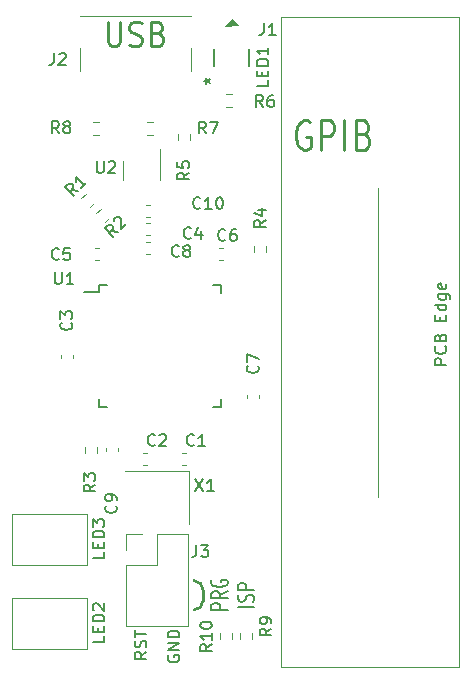
<source format=gto>
%TF.GenerationSoftware,KiCad,Pcbnew,8.0.5*%
%TF.CreationDate,2024-11-08T10:10:06+13:00*%
%TF.ProjectId,usb_gpib_v3,7573625f-6770-4696-925f-76332e6b6963,C*%
%TF.SameCoordinates,Original*%
%TF.FileFunction,Legend,Top*%
%TF.FilePolarity,Positive*%
%FSLAX46Y46*%
G04 Gerber Fmt 4.6, Leading zero omitted, Abs format (unit mm)*
G04 Created by KiCad (PCBNEW 8.0.5) date 2024-11-08 10:10:06*
%MOMM*%
%LPD*%
G01*
G04 APERTURE LIST*
%ADD10C,0.250000*%
%ADD11C,0.150000*%
%ADD12C,0.120000*%
%ADD13C,0.152400*%
G04 APERTURE END LIST*
D10*
X111861472Y-113894096D02*
G75*
G02*
X111081472Y-114674072I-779972J-4D01*
G01*
X111101472Y-112198704D02*
G75*
G02*
X111861752Y-112978704I-19972J-779996D01*
G01*
X111861728Y-112978704D02*
X111861472Y-113894096D01*
X120872619Y-73337595D02*
X120682143Y-73218547D01*
X120682143Y-73218547D02*
X120396429Y-73218547D01*
X120396429Y-73218547D02*
X120110714Y-73337595D01*
X120110714Y-73337595D02*
X119920238Y-73575690D01*
X119920238Y-73575690D02*
X119825000Y-73813785D01*
X119825000Y-73813785D02*
X119729762Y-74289976D01*
X119729762Y-74289976D02*
X119729762Y-74647119D01*
X119729762Y-74647119D02*
X119825000Y-75123309D01*
X119825000Y-75123309D02*
X119920238Y-75361404D01*
X119920238Y-75361404D02*
X120110714Y-75599500D01*
X120110714Y-75599500D02*
X120396429Y-75718547D01*
X120396429Y-75718547D02*
X120586905Y-75718547D01*
X120586905Y-75718547D02*
X120872619Y-75599500D01*
X120872619Y-75599500D02*
X120967857Y-75480452D01*
X120967857Y-75480452D02*
X120967857Y-74647119D01*
X120967857Y-74647119D02*
X120586905Y-74647119D01*
X121825000Y-75718547D02*
X121825000Y-73218547D01*
X121825000Y-73218547D02*
X122586905Y-73218547D01*
X122586905Y-73218547D02*
X122777381Y-73337595D01*
X122777381Y-73337595D02*
X122872619Y-73456642D01*
X122872619Y-73456642D02*
X122967857Y-73694738D01*
X122967857Y-73694738D02*
X122967857Y-74051880D01*
X122967857Y-74051880D02*
X122872619Y-74289976D01*
X122872619Y-74289976D02*
X122777381Y-74409023D01*
X122777381Y-74409023D02*
X122586905Y-74528071D01*
X122586905Y-74528071D02*
X121825000Y-74528071D01*
X123825000Y-75718547D02*
X123825000Y-73218547D01*
X125444048Y-74409023D02*
X125729762Y-74528071D01*
X125729762Y-74528071D02*
X125825000Y-74647119D01*
X125825000Y-74647119D02*
X125920238Y-74885214D01*
X125920238Y-74885214D02*
X125920238Y-75242357D01*
X125920238Y-75242357D02*
X125825000Y-75480452D01*
X125825000Y-75480452D02*
X125729762Y-75599500D01*
X125729762Y-75599500D02*
X125539286Y-75718547D01*
X125539286Y-75718547D02*
X124777381Y-75718547D01*
X124777381Y-75718547D02*
X124777381Y-73218547D01*
X124777381Y-73218547D02*
X125444048Y-73218547D01*
X125444048Y-73218547D02*
X125634524Y-73337595D01*
X125634524Y-73337595D02*
X125729762Y-73456642D01*
X125729762Y-73456642D02*
X125825000Y-73694738D01*
X125825000Y-73694738D02*
X125825000Y-73932833D01*
X125825000Y-73932833D02*
X125729762Y-74170928D01*
X125729762Y-74170928D02*
X125634524Y-74289976D01*
X125634524Y-74289976D02*
X125444048Y-74409023D01*
X125444048Y-74409023D02*
X124777381Y-74409023D01*
X103828571Y-64912238D02*
X103828571Y-66531285D01*
X103828571Y-66531285D02*
X103914285Y-66721761D01*
X103914285Y-66721761D02*
X104000000Y-66817000D01*
X104000000Y-66817000D02*
X104171428Y-66912238D01*
X104171428Y-66912238D02*
X104514285Y-66912238D01*
X104514285Y-66912238D02*
X104685714Y-66817000D01*
X104685714Y-66817000D02*
X104771428Y-66721761D01*
X104771428Y-66721761D02*
X104857142Y-66531285D01*
X104857142Y-66531285D02*
X104857142Y-64912238D01*
X105628571Y-66817000D02*
X105885714Y-66912238D01*
X105885714Y-66912238D02*
X106314285Y-66912238D01*
X106314285Y-66912238D02*
X106485714Y-66817000D01*
X106485714Y-66817000D02*
X106571428Y-66721761D01*
X106571428Y-66721761D02*
X106657142Y-66531285D01*
X106657142Y-66531285D02*
X106657142Y-66340809D01*
X106657142Y-66340809D02*
X106571428Y-66150333D01*
X106571428Y-66150333D02*
X106485714Y-66055095D01*
X106485714Y-66055095D02*
X106314285Y-65959857D01*
X106314285Y-65959857D02*
X105971428Y-65864619D01*
X105971428Y-65864619D02*
X105799999Y-65769380D01*
X105799999Y-65769380D02*
X105714285Y-65674142D01*
X105714285Y-65674142D02*
X105628571Y-65483666D01*
X105628571Y-65483666D02*
X105628571Y-65293190D01*
X105628571Y-65293190D02*
X105714285Y-65102714D01*
X105714285Y-65102714D02*
X105799999Y-65007476D01*
X105799999Y-65007476D02*
X105971428Y-64912238D01*
X105971428Y-64912238D02*
X106399999Y-64912238D01*
X106399999Y-64912238D02*
X106657142Y-65007476D01*
X108028571Y-65864619D02*
X108285714Y-65959857D01*
X108285714Y-65959857D02*
X108371428Y-66055095D01*
X108371428Y-66055095D02*
X108457142Y-66245571D01*
X108457142Y-66245571D02*
X108457142Y-66531285D01*
X108457142Y-66531285D02*
X108371428Y-66721761D01*
X108371428Y-66721761D02*
X108285714Y-66817000D01*
X108285714Y-66817000D02*
X108114285Y-66912238D01*
X108114285Y-66912238D02*
X107428571Y-66912238D01*
X107428571Y-66912238D02*
X107428571Y-64912238D01*
X107428571Y-64912238D02*
X108028571Y-64912238D01*
X108028571Y-64912238D02*
X108200000Y-65007476D01*
X108200000Y-65007476D02*
X108285714Y-65102714D01*
X108285714Y-65102714D02*
X108371428Y-65293190D01*
X108371428Y-65293190D02*
X108371428Y-65483666D01*
X108371428Y-65483666D02*
X108285714Y-65674142D01*
X108285714Y-65674142D02*
X108200000Y-65769380D01*
X108200000Y-65769380D02*
X108028571Y-65864619D01*
X108028571Y-65864619D02*
X107428571Y-65864619D01*
D11*
X107057819Y-118217792D02*
X106581628Y-118551125D01*
X107057819Y-118789220D02*
X106057819Y-118789220D01*
X106057819Y-118789220D02*
X106057819Y-118408268D01*
X106057819Y-118408268D02*
X106105438Y-118313030D01*
X106105438Y-118313030D02*
X106153057Y-118265411D01*
X106153057Y-118265411D02*
X106248295Y-118217792D01*
X106248295Y-118217792D02*
X106391152Y-118217792D01*
X106391152Y-118217792D02*
X106486390Y-118265411D01*
X106486390Y-118265411D02*
X106534009Y-118313030D01*
X106534009Y-118313030D02*
X106581628Y-118408268D01*
X106581628Y-118408268D02*
X106581628Y-118789220D01*
X107010200Y-117836839D02*
X107057819Y-117693982D01*
X107057819Y-117693982D02*
X107057819Y-117455887D01*
X107057819Y-117455887D02*
X107010200Y-117360649D01*
X107010200Y-117360649D02*
X106962580Y-117313030D01*
X106962580Y-117313030D02*
X106867342Y-117265411D01*
X106867342Y-117265411D02*
X106772104Y-117265411D01*
X106772104Y-117265411D02*
X106676866Y-117313030D01*
X106676866Y-117313030D02*
X106629247Y-117360649D01*
X106629247Y-117360649D02*
X106581628Y-117455887D01*
X106581628Y-117455887D02*
X106534009Y-117646363D01*
X106534009Y-117646363D02*
X106486390Y-117741601D01*
X106486390Y-117741601D02*
X106438771Y-117789220D01*
X106438771Y-117789220D02*
X106343533Y-117836839D01*
X106343533Y-117836839D02*
X106248295Y-117836839D01*
X106248295Y-117836839D02*
X106153057Y-117789220D01*
X106153057Y-117789220D02*
X106105438Y-117741601D01*
X106105438Y-117741601D02*
X106057819Y-117646363D01*
X106057819Y-117646363D02*
X106057819Y-117408268D01*
X106057819Y-117408268D02*
X106105438Y-117265411D01*
X106057819Y-116979696D02*
X106057819Y-116408268D01*
X107057819Y-116693982D02*
X106057819Y-116693982D01*
X108899438Y-118519411D02*
X108851819Y-118614649D01*
X108851819Y-118614649D02*
X108851819Y-118757506D01*
X108851819Y-118757506D02*
X108899438Y-118900363D01*
X108899438Y-118900363D02*
X108994676Y-118995601D01*
X108994676Y-118995601D02*
X109089914Y-119043220D01*
X109089914Y-119043220D02*
X109280390Y-119090839D01*
X109280390Y-119090839D02*
X109423247Y-119090839D01*
X109423247Y-119090839D02*
X109613723Y-119043220D01*
X109613723Y-119043220D02*
X109708961Y-118995601D01*
X109708961Y-118995601D02*
X109804200Y-118900363D01*
X109804200Y-118900363D02*
X109851819Y-118757506D01*
X109851819Y-118757506D02*
X109851819Y-118662268D01*
X109851819Y-118662268D02*
X109804200Y-118519411D01*
X109804200Y-118519411D02*
X109756580Y-118471792D01*
X109756580Y-118471792D02*
X109423247Y-118471792D01*
X109423247Y-118471792D02*
X109423247Y-118662268D01*
X109851819Y-118043220D02*
X108851819Y-118043220D01*
X108851819Y-118043220D02*
X109851819Y-117471792D01*
X109851819Y-117471792D02*
X108851819Y-117471792D01*
X109851819Y-116995601D02*
X108851819Y-116995601D01*
X108851819Y-116995601D02*
X108851819Y-116757506D01*
X108851819Y-116757506D02*
X108899438Y-116614649D01*
X108899438Y-116614649D02*
X108994676Y-116519411D01*
X108994676Y-116519411D02*
X109089914Y-116471792D01*
X109089914Y-116471792D02*
X109280390Y-116424173D01*
X109280390Y-116424173D02*
X109423247Y-116424173D01*
X109423247Y-116424173D02*
X109613723Y-116471792D01*
X109613723Y-116471792D02*
X109708961Y-116519411D01*
X109708961Y-116519411D02*
X109804200Y-116614649D01*
X109804200Y-116614649D02*
X109851819Y-116757506D01*
X109851819Y-116757506D02*
X109851819Y-116995601D01*
X113939905Y-114672904D02*
X112539905Y-114672904D01*
X112539905Y-114672904D02*
X112539905Y-114291952D01*
X112539905Y-114291952D02*
X112606572Y-114196714D01*
X112606572Y-114196714D02*
X112673239Y-114149095D01*
X112673239Y-114149095D02*
X112806572Y-114101476D01*
X112806572Y-114101476D02*
X113006572Y-114101476D01*
X113006572Y-114101476D02*
X113139905Y-114149095D01*
X113139905Y-114149095D02*
X113206572Y-114196714D01*
X113206572Y-114196714D02*
X113273239Y-114291952D01*
X113273239Y-114291952D02*
X113273239Y-114672904D01*
X113939905Y-113101476D02*
X113273239Y-113434809D01*
X113939905Y-113672904D02*
X112539905Y-113672904D01*
X112539905Y-113672904D02*
X112539905Y-113291952D01*
X112539905Y-113291952D02*
X112606572Y-113196714D01*
X112606572Y-113196714D02*
X112673239Y-113149095D01*
X112673239Y-113149095D02*
X112806572Y-113101476D01*
X112806572Y-113101476D02*
X113006572Y-113101476D01*
X113006572Y-113101476D02*
X113139905Y-113149095D01*
X113139905Y-113149095D02*
X113206572Y-113196714D01*
X113206572Y-113196714D02*
X113273239Y-113291952D01*
X113273239Y-113291952D02*
X113273239Y-113672904D01*
X112606572Y-112149095D02*
X112539905Y-112244333D01*
X112539905Y-112244333D02*
X112539905Y-112387190D01*
X112539905Y-112387190D02*
X112606572Y-112530047D01*
X112606572Y-112530047D02*
X112739905Y-112625285D01*
X112739905Y-112625285D02*
X112873239Y-112672904D01*
X112873239Y-112672904D02*
X113139905Y-112720523D01*
X113139905Y-112720523D02*
X113339905Y-112720523D01*
X113339905Y-112720523D02*
X113606572Y-112672904D01*
X113606572Y-112672904D02*
X113739905Y-112625285D01*
X113739905Y-112625285D02*
X113873239Y-112530047D01*
X113873239Y-112530047D02*
X113939905Y-112387190D01*
X113939905Y-112387190D02*
X113939905Y-112291952D01*
X113939905Y-112291952D02*
X113873239Y-112149095D01*
X113873239Y-112149095D02*
X113806572Y-112101476D01*
X113806572Y-112101476D02*
X113339905Y-112101476D01*
X113339905Y-112101476D02*
X113339905Y-112291952D01*
X116193827Y-114387189D02*
X114793827Y-114387189D01*
X116127161Y-113958618D02*
X116193827Y-113815761D01*
X116193827Y-113815761D02*
X116193827Y-113577666D01*
X116193827Y-113577666D02*
X116127161Y-113482428D01*
X116127161Y-113482428D02*
X116060494Y-113434809D01*
X116060494Y-113434809D02*
X115927161Y-113387190D01*
X115927161Y-113387190D02*
X115793827Y-113387190D01*
X115793827Y-113387190D02*
X115660494Y-113434809D01*
X115660494Y-113434809D02*
X115593827Y-113482428D01*
X115593827Y-113482428D02*
X115527161Y-113577666D01*
X115527161Y-113577666D02*
X115460494Y-113768142D01*
X115460494Y-113768142D02*
X115393827Y-113863380D01*
X115393827Y-113863380D02*
X115327161Y-113910999D01*
X115327161Y-113910999D02*
X115193827Y-113958618D01*
X115193827Y-113958618D02*
X115060494Y-113958618D01*
X115060494Y-113958618D02*
X114927161Y-113910999D01*
X114927161Y-113910999D02*
X114860494Y-113863380D01*
X114860494Y-113863380D02*
X114793827Y-113768142D01*
X114793827Y-113768142D02*
X114793827Y-113530047D01*
X114793827Y-113530047D02*
X114860494Y-113387190D01*
X116193827Y-112958618D02*
X114793827Y-112958618D01*
X114793827Y-112958618D02*
X114793827Y-112577666D01*
X114793827Y-112577666D02*
X114860494Y-112482428D01*
X114860494Y-112482428D02*
X114927161Y-112434809D01*
X114927161Y-112434809D02*
X115060494Y-112387190D01*
X115060494Y-112387190D02*
X115260494Y-112387190D01*
X115260494Y-112387190D02*
X115393827Y-112434809D01*
X115393827Y-112434809D02*
X115460494Y-112482428D01*
X115460494Y-112482428D02*
X115527161Y-112577666D01*
X115527161Y-112577666D02*
X115527161Y-112958618D01*
X107783333Y-100689580D02*
X107735714Y-100737200D01*
X107735714Y-100737200D02*
X107592857Y-100784819D01*
X107592857Y-100784819D02*
X107497619Y-100784819D01*
X107497619Y-100784819D02*
X107354762Y-100737200D01*
X107354762Y-100737200D02*
X107259524Y-100641961D01*
X107259524Y-100641961D02*
X107211905Y-100546723D01*
X107211905Y-100546723D02*
X107164286Y-100356247D01*
X107164286Y-100356247D02*
X107164286Y-100213390D01*
X107164286Y-100213390D02*
X107211905Y-100022914D01*
X107211905Y-100022914D02*
X107259524Y-99927676D01*
X107259524Y-99927676D02*
X107354762Y-99832438D01*
X107354762Y-99832438D02*
X107497619Y-99784819D01*
X107497619Y-99784819D02*
X107592857Y-99784819D01*
X107592857Y-99784819D02*
X107735714Y-99832438D01*
X107735714Y-99832438D02*
X107783333Y-99880057D01*
X108164286Y-99880057D02*
X108211905Y-99832438D01*
X108211905Y-99832438D02*
X108307143Y-99784819D01*
X108307143Y-99784819D02*
X108545238Y-99784819D01*
X108545238Y-99784819D02*
X108640476Y-99832438D01*
X108640476Y-99832438D02*
X108688095Y-99880057D01*
X108688095Y-99880057D02*
X108735714Y-99975295D01*
X108735714Y-99975295D02*
X108735714Y-100070533D01*
X108735714Y-100070533D02*
X108688095Y-100213390D01*
X108688095Y-100213390D02*
X108116667Y-100784819D01*
X108116667Y-100784819D02*
X108735714Y-100784819D01*
X112621219Y-117584457D02*
X112145028Y-117917790D01*
X112621219Y-118155885D02*
X111621219Y-118155885D01*
X111621219Y-118155885D02*
X111621219Y-117774933D01*
X111621219Y-117774933D02*
X111668838Y-117679695D01*
X111668838Y-117679695D02*
X111716457Y-117632076D01*
X111716457Y-117632076D02*
X111811695Y-117584457D01*
X111811695Y-117584457D02*
X111954552Y-117584457D01*
X111954552Y-117584457D02*
X112049790Y-117632076D01*
X112049790Y-117632076D02*
X112097409Y-117679695D01*
X112097409Y-117679695D02*
X112145028Y-117774933D01*
X112145028Y-117774933D02*
X112145028Y-118155885D01*
X112621219Y-116632076D02*
X112621219Y-117203504D01*
X112621219Y-116917790D02*
X111621219Y-116917790D01*
X111621219Y-116917790D02*
X111764076Y-117013028D01*
X111764076Y-117013028D02*
X111859314Y-117108266D01*
X111859314Y-117108266D02*
X111906933Y-117203504D01*
X111621219Y-116013028D02*
X111621219Y-115917790D01*
X111621219Y-115917790D02*
X111668838Y-115822552D01*
X111668838Y-115822552D02*
X111716457Y-115774933D01*
X111716457Y-115774933D02*
X111811695Y-115727314D01*
X111811695Y-115727314D02*
X112002171Y-115679695D01*
X112002171Y-115679695D02*
X112240266Y-115679695D01*
X112240266Y-115679695D02*
X112430742Y-115727314D01*
X112430742Y-115727314D02*
X112525980Y-115774933D01*
X112525980Y-115774933D02*
X112573600Y-115822552D01*
X112573600Y-115822552D02*
X112621219Y-115917790D01*
X112621219Y-115917790D02*
X112621219Y-116013028D01*
X112621219Y-116013028D02*
X112573600Y-116108266D01*
X112573600Y-116108266D02*
X112525980Y-116155885D01*
X112525980Y-116155885D02*
X112430742Y-116203504D01*
X112430742Y-116203504D02*
X112240266Y-116251123D01*
X112240266Y-116251123D02*
X112002171Y-116251123D01*
X112002171Y-116251123D02*
X111811695Y-116203504D01*
X111811695Y-116203504D02*
X111716457Y-116155885D01*
X111716457Y-116155885D02*
X111668838Y-116108266D01*
X111668838Y-116108266D02*
X111621219Y-116013028D01*
X113758333Y-83334580D02*
X113710714Y-83382200D01*
X113710714Y-83382200D02*
X113567857Y-83429819D01*
X113567857Y-83429819D02*
X113472619Y-83429819D01*
X113472619Y-83429819D02*
X113329762Y-83382200D01*
X113329762Y-83382200D02*
X113234524Y-83286961D01*
X113234524Y-83286961D02*
X113186905Y-83191723D01*
X113186905Y-83191723D02*
X113139286Y-83001247D01*
X113139286Y-83001247D02*
X113139286Y-82858390D01*
X113139286Y-82858390D02*
X113186905Y-82667914D01*
X113186905Y-82667914D02*
X113234524Y-82572676D01*
X113234524Y-82572676D02*
X113329762Y-82477438D01*
X113329762Y-82477438D02*
X113472619Y-82429819D01*
X113472619Y-82429819D02*
X113567857Y-82429819D01*
X113567857Y-82429819D02*
X113710714Y-82477438D01*
X113710714Y-82477438D02*
X113758333Y-82525057D01*
X114615476Y-82429819D02*
X114425000Y-82429819D01*
X114425000Y-82429819D02*
X114329762Y-82477438D01*
X114329762Y-82477438D02*
X114282143Y-82525057D01*
X114282143Y-82525057D02*
X114186905Y-82667914D01*
X114186905Y-82667914D02*
X114139286Y-82858390D01*
X114139286Y-82858390D02*
X114139286Y-83239342D01*
X114139286Y-83239342D02*
X114186905Y-83334580D01*
X114186905Y-83334580D02*
X114234524Y-83382200D01*
X114234524Y-83382200D02*
X114329762Y-83429819D01*
X114329762Y-83429819D02*
X114520238Y-83429819D01*
X114520238Y-83429819D02*
X114615476Y-83382200D01*
X114615476Y-83382200D02*
X114663095Y-83334580D01*
X114663095Y-83334580D02*
X114710714Y-83239342D01*
X114710714Y-83239342D02*
X114710714Y-83001247D01*
X114710714Y-83001247D02*
X114663095Y-82906009D01*
X114663095Y-82906009D02*
X114615476Y-82858390D01*
X114615476Y-82858390D02*
X114520238Y-82810771D01*
X114520238Y-82810771D02*
X114329762Y-82810771D01*
X114329762Y-82810771D02*
X114234524Y-82858390D01*
X114234524Y-82858390D02*
X114186905Y-82906009D01*
X114186905Y-82906009D02*
X114139286Y-83001247D01*
X112101333Y-74328819D02*
X111768000Y-73852628D01*
X111529905Y-74328819D02*
X111529905Y-73328819D01*
X111529905Y-73328819D02*
X111910857Y-73328819D01*
X111910857Y-73328819D02*
X112006095Y-73376438D01*
X112006095Y-73376438D02*
X112053714Y-73424057D01*
X112053714Y-73424057D02*
X112101333Y-73519295D01*
X112101333Y-73519295D02*
X112101333Y-73662152D01*
X112101333Y-73662152D02*
X112053714Y-73757390D01*
X112053714Y-73757390D02*
X112006095Y-73805009D01*
X112006095Y-73805009D02*
X111910857Y-73852628D01*
X111910857Y-73852628D02*
X111529905Y-73852628D01*
X112434667Y-73328819D02*
X113101333Y-73328819D01*
X113101333Y-73328819D02*
X112672762Y-74328819D01*
X99655333Y-74303819D02*
X99322000Y-73827628D01*
X99083905Y-74303819D02*
X99083905Y-73303819D01*
X99083905Y-73303819D02*
X99464857Y-73303819D01*
X99464857Y-73303819D02*
X99560095Y-73351438D01*
X99560095Y-73351438D02*
X99607714Y-73399057D01*
X99607714Y-73399057D02*
X99655333Y-73494295D01*
X99655333Y-73494295D02*
X99655333Y-73637152D01*
X99655333Y-73637152D02*
X99607714Y-73732390D01*
X99607714Y-73732390D02*
X99560095Y-73780009D01*
X99560095Y-73780009D02*
X99464857Y-73827628D01*
X99464857Y-73827628D02*
X99083905Y-73827628D01*
X100226762Y-73732390D02*
X100131524Y-73684771D01*
X100131524Y-73684771D02*
X100083905Y-73637152D01*
X100083905Y-73637152D02*
X100036286Y-73541914D01*
X100036286Y-73541914D02*
X100036286Y-73494295D01*
X100036286Y-73494295D02*
X100083905Y-73399057D01*
X100083905Y-73399057D02*
X100131524Y-73351438D01*
X100131524Y-73351438D02*
X100226762Y-73303819D01*
X100226762Y-73303819D02*
X100417238Y-73303819D01*
X100417238Y-73303819D02*
X100512476Y-73351438D01*
X100512476Y-73351438D02*
X100560095Y-73399057D01*
X100560095Y-73399057D02*
X100607714Y-73494295D01*
X100607714Y-73494295D02*
X100607714Y-73541914D01*
X100607714Y-73541914D02*
X100560095Y-73637152D01*
X100560095Y-73637152D02*
X100512476Y-73684771D01*
X100512476Y-73684771D02*
X100417238Y-73732390D01*
X100417238Y-73732390D02*
X100226762Y-73732390D01*
X100226762Y-73732390D02*
X100131524Y-73780009D01*
X100131524Y-73780009D02*
X100083905Y-73827628D01*
X100083905Y-73827628D02*
X100036286Y-73922866D01*
X100036286Y-73922866D02*
X100036286Y-74113342D01*
X100036286Y-74113342D02*
X100083905Y-74208580D01*
X100083905Y-74208580D02*
X100131524Y-74256200D01*
X100131524Y-74256200D02*
X100226762Y-74303819D01*
X100226762Y-74303819D02*
X100417238Y-74303819D01*
X100417238Y-74303819D02*
X100512476Y-74256200D01*
X100512476Y-74256200D02*
X100560095Y-74208580D01*
X100560095Y-74208580D02*
X100607714Y-74113342D01*
X100607714Y-74113342D02*
X100607714Y-73922866D01*
X100607714Y-73922866D02*
X100560095Y-73827628D01*
X100560095Y-73827628D02*
X100512476Y-73780009D01*
X100512476Y-73780009D02*
X100417238Y-73732390D01*
X117650419Y-116244666D02*
X117174228Y-116577999D01*
X117650419Y-116816094D02*
X116650419Y-116816094D01*
X116650419Y-116816094D02*
X116650419Y-116435142D01*
X116650419Y-116435142D02*
X116698038Y-116339904D01*
X116698038Y-116339904D02*
X116745657Y-116292285D01*
X116745657Y-116292285D02*
X116840895Y-116244666D01*
X116840895Y-116244666D02*
X116983752Y-116244666D01*
X116983752Y-116244666D02*
X117078990Y-116292285D01*
X117078990Y-116292285D02*
X117126609Y-116339904D01*
X117126609Y-116339904D02*
X117174228Y-116435142D01*
X117174228Y-116435142D02*
X117174228Y-116816094D01*
X117650419Y-115768475D02*
X117650419Y-115577999D01*
X117650419Y-115577999D02*
X117602800Y-115482761D01*
X117602800Y-115482761D02*
X117555180Y-115435142D01*
X117555180Y-115435142D02*
X117412323Y-115339904D01*
X117412323Y-115339904D02*
X117221847Y-115292285D01*
X117221847Y-115292285D02*
X116840895Y-115292285D01*
X116840895Y-115292285D02*
X116745657Y-115339904D01*
X116745657Y-115339904D02*
X116698038Y-115387523D01*
X116698038Y-115387523D02*
X116650419Y-115482761D01*
X116650419Y-115482761D02*
X116650419Y-115673237D01*
X116650419Y-115673237D02*
X116698038Y-115768475D01*
X116698038Y-115768475D02*
X116745657Y-115816094D01*
X116745657Y-115816094D02*
X116840895Y-115863713D01*
X116840895Y-115863713D02*
X117078990Y-115863713D01*
X117078990Y-115863713D02*
X117174228Y-115816094D01*
X117174228Y-115816094D02*
X117221847Y-115768475D01*
X117221847Y-115768475D02*
X117269466Y-115673237D01*
X117269466Y-115673237D02*
X117269466Y-115482761D01*
X117269466Y-115482761D02*
X117221847Y-115387523D01*
X117221847Y-115387523D02*
X117174228Y-115339904D01*
X117174228Y-115339904D02*
X117078990Y-115292285D01*
X99655333Y-84941580D02*
X99607714Y-84989200D01*
X99607714Y-84989200D02*
X99464857Y-85036819D01*
X99464857Y-85036819D02*
X99369619Y-85036819D01*
X99369619Y-85036819D02*
X99226762Y-84989200D01*
X99226762Y-84989200D02*
X99131524Y-84893961D01*
X99131524Y-84893961D02*
X99083905Y-84798723D01*
X99083905Y-84798723D02*
X99036286Y-84608247D01*
X99036286Y-84608247D02*
X99036286Y-84465390D01*
X99036286Y-84465390D02*
X99083905Y-84274914D01*
X99083905Y-84274914D02*
X99131524Y-84179676D01*
X99131524Y-84179676D02*
X99226762Y-84084438D01*
X99226762Y-84084438D02*
X99369619Y-84036819D01*
X99369619Y-84036819D02*
X99464857Y-84036819D01*
X99464857Y-84036819D02*
X99607714Y-84084438D01*
X99607714Y-84084438D02*
X99655333Y-84132057D01*
X100560095Y-84036819D02*
X100083905Y-84036819D01*
X100083905Y-84036819D02*
X100036286Y-84513009D01*
X100036286Y-84513009D02*
X100083905Y-84465390D01*
X100083905Y-84465390D02*
X100179143Y-84417771D01*
X100179143Y-84417771D02*
X100417238Y-84417771D01*
X100417238Y-84417771D02*
X100512476Y-84465390D01*
X100512476Y-84465390D02*
X100560095Y-84513009D01*
X100560095Y-84513009D02*
X100607714Y-84608247D01*
X100607714Y-84608247D02*
X100607714Y-84846342D01*
X100607714Y-84846342D02*
X100560095Y-84941580D01*
X100560095Y-84941580D02*
X100512476Y-84989200D01*
X100512476Y-84989200D02*
X100417238Y-85036819D01*
X100417238Y-85036819D02*
X100179143Y-85036819D01*
X100179143Y-85036819D02*
X100083905Y-84989200D01*
X100083905Y-84989200D02*
X100036286Y-84941580D01*
X101295754Y-79179456D02*
X100723335Y-79078441D01*
X100891693Y-79583517D02*
X100184587Y-78876410D01*
X100184587Y-78876410D02*
X100453961Y-78607036D01*
X100453961Y-78607036D02*
X100554976Y-78573364D01*
X100554976Y-78573364D02*
X100622319Y-78573364D01*
X100622319Y-78573364D02*
X100723335Y-78607036D01*
X100723335Y-78607036D02*
X100824350Y-78708051D01*
X100824350Y-78708051D02*
X100858022Y-78809067D01*
X100858022Y-78809067D02*
X100858022Y-78876410D01*
X100858022Y-78876410D02*
X100824350Y-78977425D01*
X100824350Y-78977425D02*
X100554976Y-79246799D01*
X101969189Y-78506021D02*
X101565128Y-78910082D01*
X101767159Y-78708051D02*
X101060052Y-78000945D01*
X101060052Y-78000945D02*
X101093724Y-78169303D01*
X101093724Y-78169303D02*
X101093724Y-78303990D01*
X101093724Y-78303990D02*
X101060052Y-78405006D01*
X99314095Y-86068819D02*
X99314095Y-86878342D01*
X99314095Y-86878342D02*
X99361714Y-86973580D01*
X99361714Y-86973580D02*
X99409333Y-87021200D01*
X99409333Y-87021200D02*
X99504571Y-87068819D01*
X99504571Y-87068819D02*
X99695047Y-87068819D01*
X99695047Y-87068819D02*
X99790285Y-87021200D01*
X99790285Y-87021200D02*
X99837904Y-86973580D01*
X99837904Y-86973580D02*
X99885523Y-86878342D01*
X99885523Y-86878342D02*
X99885523Y-86068819D01*
X100885523Y-87068819D02*
X100314095Y-87068819D01*
X100599809Y-87068819D02*
X100599809Y-86068819D01*
X100599809Y-86068819D02*
X100504571Y-86211676D01*
X100504571Y-86211676D02*
X100409333Y-86306914D01*
X100409333Y-86306914D02*
X100314095Y-86354533D01*
X103510819Y-116873047D02*
X103510819Y-117349237D01*
X103510819Y-117349237D02*
X102510819Y-117349237D01*
X102987009Y-116539713D02*
X102987009Y-116206380D01*
X103510819Y-116063523D02*
X103510819Y-116539713D01*
X103510819Y-116539713D02*
X102510819Y-116539713D01*
X102510819Y-116539713D02*
X102510819Y-116063523D01*
X103510819Y-115634951D02*
X102510819Y-115634951D01*
X102510819Y-115634951D02*
X102510819Y-115396856D01*
X102510819Y-115396856D02*
X102558438Y-115253999D01*
X102558438Y-115253999D02*
X102653676Y-115158761D01*
X102653676Y-115158761D02*
X102748914Y-115111142D01*
X102748914Y-115111142D02*
X102939390Y-115063523D01*
X102939390Y-115063523D02*
X103082247Y-115063523D01*
X103082247Y-115063523D02*
X103272723Y-115111142D01*
X103272723Y-115111142D02*
X103367961Y-115158761D01*
X103367961Y-115158761D02*
X103463200Y-115253999D01*
X103463200Y-115253999D02*
X103510819Y-115396856D01*
X103510819Y-115396856D02*
X103510819Y-115634951D01*
X102606057Y-114682570D02*
X102558438Y-114634951D01*
X102558438Y-114634951D02*
X102510819Y-114539713D01*
X102510819Y-114539713D02*
X102510819Y-114301618D01*
X102510819Y-114301618D02*
X102558438Y-114206380D01*
X102558438Y-114206380D02*
X102606057Y-114158761D01*
X102606057Y-114158761D02*
X102701295Y-114111142D01*
X102701295Y-114111142D02*
X102796533Y-114111142D01*
X102796533Y-114111142D02*
X102939390Y-114158761D01*
X102939390Y-114158761D02*
X103510819Y-114730189D01*
X103510819Y-114730189D02*
X103510819Y-114111142D01*
X110831333Y-83163580D02*
X110783714Y-83211200D01*
X110783714Y-83211200D02*
X110640857Y-83258819D01*
X110640857Y-83258819D02*
X110545619Y-83258819D01*
X110545619Y-83258819D02*
X110402762Y-83211200D01*
X110402762Y-83211200D02*
X110307524Y-83115961D01*
X110307524Y-83115961D02*
X110259905Y-83020723D01*
X110259905Y-83020723D02*
X110212286Y-82830247D01*
X110212286Y-82830247D02*
X110212286Y-82687390D01*
X110212286Y-82687390D02*
X110259905Y-82496914D01*
X110259905Y-82496914D02*
X110307524Y-82401676D01*
X110307524Y-82401676D02*
X110402762Y-82306438D01*
X110402762Y-82306438D02*
X110545619Y-82258819D01*
X110545619Y-82258819D02*
X110640857Y-82258819D01*
X110640857Y-82258819D02*
X110783714Y-82306438D01*
X110783714Y-82306438D02*
X110831333Y-82354057D01*
X111688476Y-82592152D02*
X111688476Y-83258819D01*
X111450381Y-82211200D02*
X111212286Y-82925485D01*
X111212286Y-82925485D02*
X111831333Y-82925485D01*
X104671754Y-82654456D02*
X104099335Y-82553441D01*
X104267693Y-83058517D02*
X103560587Y-82351410D01*
X103560587Y-82351410D02*
X103829961Y-82082036D01*
X103829961Y-82082036D02*
X103930976Y-82048364D01*
X103930976Y-82048364D02*
X103998319Y-82048364D01*
X103998319Y-82048364D02*
X104099335Y-82082036D01*
X104099335Y-82082036D02*
X104200350Y-82183051D01*
X104200350Y-82183051D02*
X104234022Y-82284067D01*
X104234022Y-82284067D02*
X104234022Y-82351410D01*
X104234022Y-82351410D02*
X104200350Y-82452425D01*
X104200350Y-82452425D02*
X103930976Y-82721799D01*
X104301365Y-81745319D02*
X104301365Y-81677975D01*
X104301365Y-81677975D02*
X104335037Y-81576960D01*
X104335037Y-81576960D02*
X104503396Y-81408601D01*
X104503396Y-81408601D02*
X104604411Y-81374929D01*
X104604411Y-81374929D02*
X104671754Y-81374929D01*
X104671754Y-81374929D02*
X104772770Y-81408601D01*
X104772770Y-81408601D02*
X104840113Y-81475945D01*
X104840113Y-81475945D02*
X104907457Y-81610632D01*
X104907457Y-81610632D02*
X104907457Y-82418754D01*
X104907457Y-82418754D02*
X105345189Y-81981021D01*
X109815333Y-84687580D02*
X109767714Y-84735200D01*
X109767714Y-84735200D02*
X109624857Y-84782819D01*
X109624857Y-84782819D02*
X109529619Y-84782819D01*
X109529619Y-84782819D02*
X109386762Y-84735200D01*
X109386762Y-84735200D02*
X109291524Y-84639961D01*
X109291524Y-84639961D02*
X109243905Y-84544723D01*
X109243905Y-84544723D02*
X109196286Y-84354247D01*
X109196286Y-84354247D02*
X109196286Y-84211390D01*
X109196286Y-84211390D02*
X109243905Y-84020914D01*
X109243905Y-84020914D02*
X109291524Y-83925676D01*
X109291524Y-83925676D02*
X109386762Y-83830438D01*
X109386762Y-83830438D02*
X109529619Y-83782819D01*
X109529619Y-83782819D02*
X109624857Y-83782819D01*
X109624857Y-83782819D02*
X109767714Y-83830438D01*
X109767714Y-83830438D02*
X109815333Y-83878057D01*
X110386762Y-84211390D02*
X110291524Y-84163771D01*
X110291524Y-84163771D02*
X110243905Y-84116152D01*
X110243905Y-84116152D02*
X110196286Y-84020914D01*
X110196286Y-84020914D02*
X110196286Y-83973295D01*
X110196286Y-83973295D02*
X110243905Y-83878057D01*
X110243905Y-83878057D02*
X110291524Y-83830438D01*
X110291524Y-83830438D02*
X110386762Y-83782819D01*
X110386762Y-83782819D02*
X110577238Y-83782819D01*
X110577238Y-83782819D02*
X110672476Y-83830438D01*
X110672476Y-83830438D02*
X110720095Y-83878057D01*
X110720095Y-83878057D02*
X110767714Y-83973295D01*
X110767714Y-83973295D02*
X110767714Y-84020914D01*
X110767714Y-84020914D02*
X110720095Y-84116152D01*
X110720095Y-84116152D02*
X110672476Y-84163771D01*
X110672476Y-84163771D02*
X110577238Y-84211390D01*
X110577238Y-84211390D02*
X110386762Y-84211390D01*
X110386762Y-84211390D02*
X110291524Y-84259009D01*
X110291524Y-84259009D02*
X110243905Y-84306628D01*
X110243905Y-84306628D02*
X110196286Y-84401866D01*
X110196286Y-84401866D02*
X110196286Y-84592342D01*
X110196286Y-84592342D02*
X110243905Y-84687580D01*
X110243905Y-84687580D02*
X110291524Y-84735200D01*
X110291524Y-84735200D02*
X110386762Y-84782819D01*
X110386762Y-84782819D02*
X110577238Y-84782819D01*
X110577238Y-84782819D02*
X110672476Y-84735200D01*
X110672476Y-84735200D02*
X110720095Y-84687580D01*
X110720095Y-84687580D02*
X110767714Y-84592342D01*
X110767714Y-84592342D02*
X110767714Y-84401866D01*
X110767714Y-84401866D02*
X110720095Y-84306628D01*
X110720095Y-84306628D02*
X110672476Y-84259009D01*
X110672476Y-84259009D02*
X110577238Y-84211390D01*
X116933333Y-72079819D02*
X116600000Y-71603628D01*
X116361905Y-72079819D02*
X116361905Y-71079819D01*
X116361905Y-71079819D02*
X116742857Y-71079819D01*
X116742857Y-71079819D02*
X116838095Y-71127438D01*
X116838095Y-71127438D02*
X116885714Y-71175057D01*
X116885714Y-71175057D02*
X116933333Y-71270295D01*
X116933333Y-71270295D02*
X116933333Y-71413152D01*
X116933333Y-71413152D02*
X116885714Y-71508390D01*
X116885714Y-71508390D02*
X116838095Y-71556009D01*
X116838095Y-71556009D02*
X116742857Y-71603628D01*
X116742857Y-71603628D02*
X116361905Y-71603628D01*
X117790476Y-71079819D02*
X117600000Y-71079819D01*
X117600000Y-71079819D02*
X117504762Y-71127438D01*
X117504762Y-71127438D02*
X117457143Y-71175057D01*
X117457143Y-71175057D02*
X117361905Y-71317914D01*
X117361905Y-71317914D02*
X117314286Y-71508390D01*
X117314286Y-71508390D02*
X117314286Y-71889342D01*
X117314286Y-71889342D02*
X117361905Y-71984580D01*
X117361905Y-71984580D02*
X117409524Y-72032200D01*
X117409524Y-72032200D02*
X117504762Y-72079819D01*
X117504762Y-72079819D02*
X117695238Y-72079819D01*
X117695238Y-72079819D02*
X117790476Y-72032200D01*
X117790476Y-72032200D02*
X117838095Y-71984580D01*
X117838095Y-71984580D02*
X117885714Y-71889342D01*
X117885714Y-71889342D02*
X117885714Y-71651247D01*
X117885714Y-71651247D02*
X117838095Y-71556009D01*
X117838095Y-71556009D02*
X117790476Y-71508390D01*
X117790476Y-71508390D02*
X117695238Y-71460771D01*
X117695238Y-71460771D02*
X117504762Y-71460771D01*
X117504762Y-71460771D02*
X117409524Y-71508390D01*
X117409524Y-71508390D02*
X117361905Y-71556009D01*
X117361905Y-71556009D02*
X117314286Y-71651247D01*
X99234666Y-67526819D02*
X99234666Y-68241104D01*
X99234666Y-68241104D02*
X99187047Y-68383961D01*
X99187047Y-68383961D02*
X99091809Y-68479200D01*
X99091809Y-68479200D02*
X98948952Y-68526819D01*
X98948952Y-68526819D02*
X98853714Y-68526819D01*
X99663238Y-67622057D02*
X99710857Y-67574438D01*
X99710857Y-67574438D02*
X99806095Y-67526819D01*
X99806095Y-67526819D02*
X100044190Y-67526819D01*
X100044190Y-67526819D02*
X100139428Y-67574438D01*
X100139428Y-67574438D02*
X100187047Y-67622057D01*
X100187047Y-67622057D02*
X100234666Y-67717295D01*
X100234666Y-67717295D02*
X100234666Y-67812533D01*
X100234666Y-67812533D02*
X100187047Y-67955390D01*
X100187047Y-67955390D02*
X99615619Y-68526819D01*
X99615619Y-68526819D02*
X100234666Y-68526819D01*
X103510819Y-109761047D02*
X103510819Y-110237237D01*
X103510819Y-110237237D02*
X102510819Y-110237237D01*
X102987009Y-109427713D02*
X102987009Y-109094380D01*
X103510819Y-108951523D02*
X103510819Y-109427713D01*
X103510819Y-109427713D02*
X102510819Y-109427713D01*
X102510819Y-109427713D02*
X102510819Y-108951523D01*
X103510819Y-108522951D02*
X102510819Y-108522951D01*
X102510819Y-108522951D02*
X102510819Y-108284856D01*
X102510819Y-108284856D02*
X102558438Y-108141999D01*
X102558438Y-108141999D02*
X102653676Y-108046761D01*
X102653676Y-108046761D02*
X102748914Y-107999142D01*
X102748914Y-107999142D02*
X102939390Y-107951523D01*
X102939390Y-107951523D02*
X103082247Y-107951523D01*
X103082247Y-107951523D02*
X103272723Y-107999142D01*
X103272723Y-107999142D02*
X103367961Y-108046761D01*
X103367961Y-108046761D02*
X103463200Y-108141999D01*
X103463200Y-108141999D02*
X103510819Y-108284856D01*
X103510819Y-108284856D02*
X103510819Y-108522951D01*
X102510819Y-107618189D02*
X102510819Y-106999142D01*
X102510819Y-106999142D02*
X102891771Y-107332475D01*
X102891771Y-107332475D02*
X102891771Y-107189618D01*
X102891771Y-107189618D02*
X102939390Y-107094380D01*
X102939390Y-107094380D02*
X102987009Y-107046761D01*
X102987009Y-107046761D02*
X103082247Y-106999142D01*
X103082247Y-106999142D02*
X103320342Y-106999142D01*
X103320342Y-106999142D02*
X103415580Y-107046761D01*
X103415580Y-107046761D02*
X103463200Y-107094380D01*
X103463200Y-107094380D02*
X103510819Y-107189618D01*
X103510819Y-107189618D02*
X103510819Y-107475332D01*
X103510819Y-107475332D02*
X103463200Y-107570570D01*
X103463200Y-107570570D02*
X103415580Y-107618189D01*
X117014666Y-64986819D02*
X117014666Y-65701104D01*
X117014666Y-65701104D02*
X116967047Y-65843961D01*
X116967047Y-65843961D02*
X116871809Y-65939200D01*
X116871809Y-65939200D02*
X116728952Y-65986819D01*
X116728952Y-65986819D02*
X116633714Y-65986819D01*
X118014666Y-65986819D02*
X117443238Y-65986819D01*
X117728952Y-65986819D02*
X117728952Y-64986819D01*
X117728952Y-64986819D02*
X117633714Y-65129676D01*
X117633714Y-65129676D02*
X117538476Y-65224914D01*
X117538476Y-65224914D02*
X117443238Y-65272533D01*
X132454819Y-93928571D02*
X131454819Y-93928571D01*
X131454819Y-93928571D02*
X131454819Y-93547619D01*
X131454819Y-93547619D02*
X131502438Y-93452381D01*
X131502438Y-93452381D02*
X131550057Y-93404762D01*
X131550057Y-93404762D02*
X131645295Y-93357143D01*
X131645295Y-93357143D02*
X131788152Y-93357143D01*
X131788152Y-93357143D02*
X131883390Y-93404762D01*
X131883390Y-93404762D02*
X131931009Y-93452381D01*
X131931009Y-93452381D02*
X131978628Y-93547619D01*
X131978628Y-93547619D02*
X131978628Y-93928571D01*
X132359580Y-92357143D02*
X132407200Y-92404762D01*
X132407200Y-92404762D02*
X132454819Y-92547619D01*
X132454819Y-92547619D02*
X132454819Y-92642857D01*
X132454819Y-92642857D02*
X132407200Y-92785714D01*
X132407200Y-92785714D02*
X132311961Y-92880952D01*
X132311961Y-92880952D02*
X132216723Y-92928571D01*
X132216723Y-92928571D02*
X132026247Y-92976190D01*
X132026247Y-92976190D02*
X131883390Y-92976190D01*
X131883390Y-92976190D02*
X131692914Y-92928571D01*
X131692914Y-92928571D02*
X131597676Y-92880952D01*
X131597676Y-92880952D02*
X131502438Y-92785714D01*
X131502438Y-92785714D02*
X131454819Y-92642857D01*
X131454819Y-92642857D02*
X131454819Y-92547619D01*
X131454819Y-92547619D02*
X131502438Y-92404762D01*
X131502438Y-92404762D02*
X131550057Y-92357143D01*
X131931009Y-91595238D02*
X131978628Y-91452381D01*
X131978628Y-91452381D02*
X132026247Y-91404762D01*
X132026247Y-91404762D02*
X132121485Y-91357143D01*
X132121485Y-91357143D02*
X132264342Y-91357143D01*
X132264342Y-91357143D02*
X132359580Y-91404762D01*
X132359580Y-91404762D02*
X132407200Y-91452381D01*
X132407200Y-91452381D02*
X132454819Y-91547619D01*
X132454819Y-91547619D02*
X132454819Y-91928571D01*
X132454819Y-91928571D02*
X131454819Y-91928571D01*
X131454819Y-91928571D02*
X131454819Y-91595238D01*
X131454819Y-91595238D02*
X131502438Y-91500000D01*
X131502438Y-91500000D02*
X131550057Y-91452381D01*
X131550057Y-91452381D02*
X131645295Y-91404762D01*
X131645295Y-91404762D02*
X131740533Y-91404762D01*
X131740533Y-91404762D02*
X131835771Y-91452381D01*
X131835771Y-91452381D02*
X131883390Y-91500000D01*
X131883390Y-91500000D02*
X131931009Y-91595238D01*
X131931009Y-91595238D02*
X131931009Y-91928571D01*
X131931009Y-90166666D02*
X131931009Y-89833333D01*
X132454819Y-89690476D02*
X132454819Y-90166666D01*
X132454819Y-90166666D02*
X131454819Y-90166666D01*
X131454819Y-90166666D02*
X131454819Y-89690476D01*
X132454819Y-88833333D02*
X131454819Y-88833333D01*
X132407200Y-88833333D02*
X132454819Y-88928571D01*
X132454819Y-88928571D02*
X132454819Y-89119047D01*
X132454819Y-89119047D02*
X132407200Y-89214285D01*
X132407200Y-89214285D02*
X132359580Y-89261904D01*
X132359580Y-89261904D02*
X132264342Y-89309523D01*
X132264342Y-89309523D02*
X131978628Y-89309523D01*
X131978628Y-89309523D02*
X131883390Y-89261904D01*
X131883390Y-89261904D02*
X131835771Y-89214285D01*
X131835771Y-89214285D02*
X131788152Y-89119047D01*
X131788152Y-89119047D02*
X131788152Y-88928571D01*
X131788152Y-88928571D02*
X131835771Y-88833333D01*
X131788152Y-87928571D02*
X132597676Y-87928571D01*
X132597676Y-87928571D02*
X132692914Y-87976190D01*
X132692914Y-87976190D02*
X132740533Y-88023809D01*
X132740533Y-88023809D02*
X132788152Y-88119047D01*
X132788152Y-88119047D02*
X132788152Y-88261904D01*
X132788152Y-88261904D02*
X132740533Y-88357142D01*
X132407200Y-87928571D02*
X132454819Y-88023809D01*
X132454819Y-88023809D02*
X132454819Y-88214285D01*
X132454819Y-88214285D02*
X132407200Y-88309523D01*
X132407200Y-88309523D02*
X132359580Y-88357142D01*
X132359580Y-88357142D02*
X132264342Y-88404761D01*
X132264342Y-88404761D02*
X131978628Y-88404761D01*
X131978628Y-88404761D02*
X131883390Y-88357142D01*
X131883390Y-88357142D02*
X131835771Y-88309523D01*
X131835771Y-88309523D02*
X131788152Y-88214285D01*
X131788152Y-88214285D02*
X131788152Y-88023809D01*
X131788152Y-88023809D02*
X131835771Y-87928571D01*
X132407200Y-87071428D02*
X132454819Y-87166666D01*
X132454819Y-87166666D02*
X132454819Y-87357142D01*
X132454819Y-87357142D02*
X132407200Y-87452380D01*
X132407200Y-87452380D02*
X132311961Y-87499999D01*
X132311961Y-87499999D02*
X131931009Y-87499999D01*
X131931009Y-87499999D02*
X131835771Y-87452380D01*
X131835771Y-87452380D02*
X131788152Y-87357142D01*
X131788152Y-87357142D02*
X131788152Y-87166666D01*
X131788152Y-87166666D02*
X131835771Y-87071428D01*
X131835771Y-87071428D02*
X131931009Y-87023809D01*
X131931009Y-87023809D02*
X132026247Y-87023809D01*
X132026247Y-87023809D02*
X132121485Y-87499999D01*
X116477580Y-93976666D02*
X116525200Y-94024285D01*
X116525200Y-94024285D02*
X116572819Y-94167142D01*
X116572819Y-94167142D02*
X116572819Y-94262380D01*
X116572819Y-94262380D02*
X116525200Y-94405237D01*
X116525200Y-94405237D02*
X116429961Y-94500475D01*
X116429961Y-94500475D02*
X116334723Y-94548094D01*
X116334723Y-94548094D02*
X116144247Y-94595713D01*
X116144247Y-94595713D02*
X116001390Y-94595713D01*
X116001390Y-94595713D02*
X115810914Y-94548094D01*
X115810914Y-94548094D02*
X115715676Y-94500475D01*
X115715676Y-94500475D02*
X115620438Y-94405237D01*
X115620438Y-94405237D02*
X115572819Y-94262380D01*
X115572819Y-94262380D02*
X115572819Y-94167142D01*
X115572819Y-94167142D02*
X115620438Y-94024285D01*
X115620438Y-94024285D02*
X115668057Y-93976666D01*
X115572819Y-93643332D02*
X115572819Y-92976666D01*
X115572819Y-92976666D02*
X116572819Y-93405237D01*
X111085333Y-100689580D02*
X111037714Y-100737200D01*
X111037714Y-100737200D02*
X110894857Y-100784819D01*
X110894857Y-100784819D02*
X110799619Y-100784819D01*
X110799619Y-100784819D02*
X110656762Y-100737200D01*
X110656762Y-100737200D02*
X110561524Y-100641961D01*
X110561524Y-100641961D02*
X110513905Y-100546723D01*
X110513905Y-100546723D02*
X110466286Y-100356247D01*
X110466286Y-100356247D02*
X110466286Y-100213390D01*
X110466286Y-100213390D02*
X110513905Y-100022914D01*
X110513905Y-100022914D02*
X110561524Y-99927676D01*
X110561524Y-99927676D02*
X110656762Y-99832438D01*
X110656762Y-99832438D02*
X110799619Y-99784819D01*
X110799619Y-99784819D02*
X110894857Y-99784819D01*
X110894857Y-99784819D02*
X111037714Y-99832438D01*
X111037714Y-99832438D02*
X111085333Y-99880057D01*
X112037714Y-100784819D02*
X111466286Y-100784819D01*
X111752000Y-100784819D02*
X111752000Y-99784819D01*
X111752000Y-99784819D02*
X111656762Y-99927676D01*
X111656762Y-99927676D02*
X111561524Y-100022914D01*
X111561524Y-100022914D02*
X111466286Y-100070533D01*
X117394819Y-69826047D02*
X117394819Y-70302237D01*
X117394819Y-70302237D02*
X116394819Y-70302237D01*
X116871009Y-69492713D02*
X116871009Y-69159380D01*
X117394819Y-69016523D02*
X117394819Y-69492713D01*
X117394819Y-69492713D02*
X116394819Y-69492713D01*
X116394819Y-69492713D02*
X116394819Y-69016523D01*
X117394819Y-68587951D02*
X116394819Y-68587951D01*
X116394819Y-68587951D02*
X116394819Y-68349856D01*
X116394819Y-68349856D02*
X116442438Y-68206999D01*
X116442438Y-68206999D02*
X116537676Y-68111761D01*
X116537676Y-68111761D02*
X116632914Y-68064142D01*
X116632914Y-68064142D02*
X116823390Y-68016523D01*
X116823390Y-68016523D02*
X116966247Y-68016523D01*
X116966247Y-68016523D02*
X117156723Y-68064142D01*
X117156723Y-68064142D02*
X117251961Y-68111761D01*
X117251961Y-68111761D02*
X117347200Y-68206999D01*
X117347200Y-68206999D02*
X117394819Y-68349856D01*
X117394819Y-68349856D02*
X117394819Y-68587951D01*
X117394819Y-67064142D02*
X117394819Y-67635570D01*
X117394819Y-67349856D02*
X116394819Y-67349856D01*
X116394819Y-67349856D02*
X116537676Y-67445094D01*
X116537676Y-67445094D02*
X116632914Y-67540332D01*
X116632914Y-67540332D02*
X116680533Y-67635570D01*
X111980719Y-69901999D02*
X112218814Y-69901999D01*
X112123576Y-70140094D02*
X112218814Y-69901999D01*
X112218814Y-69901999D02*
X112123576Y-69663904D01*
X112409290Y-70044856D02*
X112218814Y-69901999D01*
X112218814Y-69901999D02*
X112409290Y-69759142D01*
X111625142Y-80623580D02*
X111577523Y-80671200D01*
X111577523Y-80671200D02*
X111434666Y-80718819D01*
X111434666Y-80718819D02*
X111339428Y-80718819D01*
X111339428Y-80718819D02*
X111196571Y-80671200D01*
X111196571Y-80671200D02*
X111101333Y-80575961D01*
X111101333Y-80575961D02*
X111053714Y-80480723D01*
X111053714Y-80480723D02*
X111006095Y-80290247D01*
X111006095Y-80290247D02*
X111006095Y-80147390D01*
X111006095Y-80147390D02*
X111053714Y-79956914D01*
X111053714Y-79956914D02*
X111101333Y-79861676D01*
X111101333Y-79861676D02*
X111196571Y-79766438D01*
X111196571Y-79766438D02*
X111339428Y-79718819D01*
X111339428Y-79718819D02*
X111434666Y-79718819D01*
X111434666Y-79718819D02*
X111577523Y-79766438D01*
X111577523Y-79766438D02*
X111625142Y-79814057D01*
X112577523Y-80718819D02*
X112006095Y-80718819D01*
X112291809Y-80718819D02*
X112291809Y-79718819D01*
X112291809Y-79718819D02*
X112196571Y-79861676D01*
X112196571Y-79861676D02*
X112101333Y-79956914D01*
X112101333Y-79956914D02*
X112006095Y-80004533D01*
X113196571Y-79718819D02*
X113291809Y-79718819D01*
X113291809Y-79718819D02*
X113387047Y-79766438D01*
X113387047Y-79766438D02*
X113434666Y-79814057D01*
X113434666Y-79814057D02*
X113482285Y-79909295D01*
X113482285Y-79909295D02*
X113529904Y-80099771D01*
X113529904Y-80099771D02*
X113529904Y-80337866D01*
X113529904Y-80337866D02*
X113482285Y-80528342D01*
X113482285Y-80528342D02*
X113434666Y-80623580D01*
X113434666Y-80623580D02*
X113387047Y-80671200D01*
X113387047Y-80671200D02*
X113291809Y-80718819D01*
X113291809Y-80718819D02*
X113196571Y-80718819D01*
X113196571Y-80718819D02*
X113101333Y-80671200D01*
X113101333Y-80671200D02*
X113053714Y-80623580D01*
X113053714Y-80623580D02*
X113006095Y-80528342D01*
X113006095Y-80528342D02*
X112958476Y-80337866D01*
X112958476Y-80337866D02*
X112958476Y-80099771D01*
X112958476Y-80099771D02*
X113006095Y-79909295D01*
X113006095Y-79909295D02*
X113053714Y-79814057D01*
X113053714Y-79814057D02*
X113101333Y-79766438D01*
X113101333Y-79766438D02*
X113196571Y-79718819D01*
X102870095Y-76670819D02*
X102870095Y-77480342D01*
X102870095Y-77480342D02*
X102917714Y-77575580D01*
X102917714Y-77575580D02*
X102965333Y-77623200D01*
X102965333Y-77623200D02*
X103060571Y-77670819D01*
X103060571Y-77670819D02*
X103251047Y-77670819D01*
X103251047Y-77670819D02*
X103346285Y-77623200D01*
X103346285Y-77623200D02*
X103393904Y-77575580D01*
X103393904Y-77575580D02*
X103441523Y-77480342D01*
X103441523Y-77480342D02*
X103441523Y-76670819D01*
X103870095Y-76766057D02*
X103917714Y-76718438D01*
X103917714Y-76718438D02*
X104012952Y-76670819D01*
X104012952Y-76670819D02*
X104251047Y-76670819D01*
X104251047Y-76670819D02*
X104346285Y-76718438D01*
X104346285Y-76718438D02*
X104393904Y-76766057D01*
X104393904Y-76766057D02*
X104441523Y-76861295D01*
X104441523Y-76861295D02*
X104441523Y-76956533D01*
X104441523Y-76956533D02*
X104393904Y-77099390D01*
X104393904Y-77099390D02*
X103822476Y-77670819D01*
X103822476Y-77670819D02*
X104441523Y-77670819D01*
X111204476Y-103594819D02*
X111871142Y-104594819D01*
X111871142Y-103594819D02*
X111204476Y-104594819D01*
X112775904Y-104594819D02*
X112204476Y-104594819D01*
X112490190Y-104594819D02*
X112490190Y-103594819D01*
X112490190Y-103594819D02*
X112394952Y-103737676D01*
X112394952Y-103737676D02*
X112299714Y-103832914D01*
X112299714Y-103832914D02*
X112204476Y-103880533D01*
X104474580Y-105830666D02*
X104522200Y-105878285D01*
X104522200Y-105878285D02*
X104569819Y-106021142D01*
X104569819Y-106021142D02*
X104569819Y-106116380D01*
X104569819Y-106116380D02*
X104522200Y-106259237D01*
X104522200Y-106259237D02*
X104426961Y-106354475D01*
X104426961Y-106354475D02*
X104331723Y-106402094D01*
X104331723Y-106402094D02*
X104141247Y-106449713D01*
X104141247Y-106449713D02*
X103998390Y-106449713D01*
X103998390Y-106449713D02*
X103807914Y-106402094D01*
X103807914Y-106402094D02*
X103712676Y-106354475D01*
X103712676Y-106354475D02*
X103617438Y-106259237D01*
X103617438Y-106259237D02*
X103569819Y-106116380D01*
X103569819Y-106116380D02*
X103569819Y-106021142D01*
X103569819Y-106021142D02*
X103617438Y-105878285D01*
X103617438Y-105878285D02*
X103665057Y-105830666D01*
X104569819Y-105354475D02*
X104569819Y-105163999D01*
X104569819Y-105163999D02*
X104522200Y-105068761D01*
X104522200Y-105068761D02*
X104474580Y-105021142D01*
X104474580Y-105021142D02*
X104331723Y-104925904D01*
X104331723Y-104925904D02*
X104141247Y-104878285D01*
X104141247Y-104878285D02*
X103760295Y-104878285D01*
X103760295Y-104878285D02*
X103665057Y-104925904D01*
X103665057Y-104925904D02*
X103617438Y-104973523D01*
X103617438Y-104973523D02*
X103569819Y-105068761D01*
X103569819Y-105068761D02*
X103569819Y-105259237D01*
X103569819Y-105259237D02*
X103617438Y-105354475D01*
X103617438Y-105354475D02*
X103665057Y-105402094D01*
X103665057Y-105402094D02*
X103760295Y-105449713D01*
X103760295Y-105449713D02*
X103998390Y-105449713D01*
X103998390Y-105449713D02*
X104093628Y-105402094D01*
X104093628Y-105402094D02*
X104141247Y-105354475D01*
X104141247Y-105354475D02*
X104188866Y-105259237D01*
X104188866Y-105259237D02*
X104188866Y-105068761D01*
X104188866Y-105068761D02*
X104141247Y-104973523D01*
X104141247Y-104973523D02*
X104093628Y-104925904D01*
X104093628Y-104925904D02*
X103998390Y-104878285D01*
X111299666Y-109182819D02*
X111299666Y-109897104D01*
X111299666Y-109897104D02*
X111252047Y-110039961D01*
X111252047Y-110039961D02*
X111156809Y-110135200D01*
X111156809Y-110135200D02*
X111013952Y-110182819D01*
X111013952Y-110182819D02*
X110918714Y-110182819D01*
X111680619Y-109182819D02*
X112299666Y-109182819D01*
X112299666Y-109182819D02*
X111966333Y-109563771D01*
X111966333Y-109563771D02*
X112109190Y-109563771D01*
X112109190Y-109563771D02*
X112204428Y-109611390D01*
X112204428Y-109611390D02*
X112252047Y-109659009D01*
X112252047Y-109659009D02*
X112299666Y-109754247D01*
X112299666Y-109754247D02*
X112299666Y-109992342D01*
X112299666Y-109992342D02*
X112252047Y-110087580D01*
X112252047Y-110087580D02*
X112204428Y-110135200D01*
X112204428Y-110135200D02*
X112109190Y-110182819D01*
X112109190Y-110182819D02*
X111823476Y-110182819D01*
X111823476Y-110182819D02*
X111728238Y-110135200D01*
X111728238Y-110135200D02*
X111680619Y-110087580D01*
X102736819Y-104052666D02*
X102260628Y-104385999D01*
X102736819Y-104624094D02*
X101736819Y-104624094D01*
X101736819Y-104624094D02*
X101736819Y-104243142D01*
X101736819Y-104243142D02*
X101784438Y-104147904D01*
X101784438Y-104147904D02*
X101832057Y-104100285D01*
X101832057Y-104100285D02*
X101927295Y-104052666D01*
X101927295Y-104052666D02*
X102070152Y-104052666D01*
X102070152Y-104052666D02*
X102165390Y-104100285D01*
X102165390Y-104100285D02*
X102213009Y-104147904D01*
X102213009Y-104147904D02*
X102260628Y-104243142D01*
X102260628Y-104243142D02*
X102260628Y-104624094D01*
X101736819Y-103719332D02*
X101736819Y-103100285D01*
X101736819Y-103100285D02*
X102117771Y-103433618D01*
X102117771Y-103433618D02*
X102117771Y-103290761D01*
X102117771Y-103290761D02*
X102165390Y-103195523D01*
X102165390Y-103195523D02*
X102213009Y-103147904D01*
X102213009Y-103147904D02*
X102308247Y-103100285D01*
X102308247Y-103100285D02*
X102546342Y-103100285D01*
X102546342Y-103100285D02*
X102641580Y-103147904D01*
X102641580Y-103147904D02*
X102689200Y-103195523D01*
X102689200Y-103195523D02*
X102736819Y-103290761D01*
X102736819Y-103290761D02*
X102736819Y-103576475D01*
X102736819Y-103576475D02*
X102689200Y-103671713D01*
X102689200Y-103671713D02*
X102641580Y-103719332D01*
X100689580Y-90336666D02*
X100737200Y-90384285D01*
X100737200Y-90384285D02*
X100784819Y-90527142D01*
X100784819Y-90527142D02*
X100784819Y-90622380D01*
X100784819Y-90622380D02*
X100737200Y-90765237D01*
X100737200Y-90765237D02*
X100641961Y-90860475D01*
X100641961Y-90860475D02*
X100546723Y-90908094D01*
X100546723Y-90908094D02*
X100356247Y-90955713D01*
X100356247Y-90955713D02*
X100213390Y-90955713D01*
X100213390Y-90955713D02*
X100022914Y-90908094D01*
X100022914Y-90908094D02*
X99927676Y-90860475D01*
X99927676Y-90860475D02*
X99832438Y-90765237D01*
X99832438Y-90765237D02*
X99784819Y-90622380D01*
X99784819Y-90622380D02*
X99784819Y-90527142D01*
X99784819Y-90527142D02*
X99832438Y-90384285D01*
X99832438Y-90384285D02*
X99880057Y-90336666D01*
X99784819Y-90003332D02*
X99784819Y-89384285D01*
X99784819Y-89384285D02*
X100165771Y-89717618D01*
X100165771Y-89717618D02*
X100165771Y-89574761D01*
X100165771Y-89574761D02*
X100213390Y-89479523D01*
X100213390Y-89479523D02*
X100261009Y-89431904D01*
X100261009Y-89431904D02*
X100356247Y-89384285D01*
X100356247Y-89384285D02*
X100594342Y-89384285D01*
X100594342Y-89384285D02*
X100689580Y-89431904D01*
X100689580Y-89431904D02*
X100737200Y-89479523D01*
X100737200Y-89479523D02*
X100784819Y-89574761D01*
X100784819Y-89574761D02*
X100784819Y-89860475D01*
X100784819Y-89860475D02*
X100737200Y-89955713D01*
X100737200Y-89955713D02*
X100689580Y-90003332D01*
X117184819Y-81666666D02*
X116708628Y-81999999D01*
X117184819Y-82238094D02*
X116184819Y-82238094D01*
X116184819Y-82238094D02*
X116184819Y-81857142D01*
X116184819Y-81857142D02*
X116232438Y-81761904D01*
X116232438Y-81761904D02*
X116280057Y-81714285D01*
X116280057Y-81714285D02*
X116375295Y-81666666D01*
X116375295Y-81666666D02*
X116518152Y-81666666D01*
X116518152Y-81666666D02*
X116613390Y-81714285D01*
X116613390Y-81714285D02*
X116661009Y-81761904D01*
X116661009Y-81761904D02*
X116708628Y-81857142D01*
X116708628Y-81857142D02*
X116708628Y-82238094D01*
X116518152Y-80809523D02*
X117184819Y-80809523D01*
X116137200Y-81047618D02*
X116851485Y-81285713D01*
X116851485Y-81285713D02*
X116851485Y-80666666D01*
X110690819Y-77636666D02*
X110214628Y-77969999D01*
X110690819Y-78208094D02*
X109690819Y-78208094D01*
X109690819Y-78208094D02*
X109690819Y-77827142D01*
X109690819Y-77827142D02*
X109738438Y-77731904D01*
X109738438Y-77731904D02*
X109786057Y-77684285D01*
X109786057Y-77684285D02*
X109881295Y-77636666D01*
X109881295Y-77636666D02*
X110024152Y-77636666D01*
X110024152Y-77636666D02*
X110119390Y-77684285D01*
X110119390Y-77684285D02*
X110167009Y-77731904D01*
X110167009Y-77731904D02*
X110214628Y-77827142D01*
X110214628Y-77827142D02*
X110214628Y-78208094D01*
X109690819Y-76731904D02*
X109690819Y-77208094D01*
X109690819Y-77208094D02*
X110167009Y-77255713D01*
X110167009Y-77255713D02*
X110119390Y-77208094D01*
X110119390Y-77208094D02*
X110071771Y-77112856D01*
X110071771Y-77112856D02*
X110071771Y-76874761D01*
X110071771Y-76874761D02*
X110119390Y-76779523D01*
X110119390Y-76779523D02*
X110167009Y-76731904D01*
X110167009Y-76731904D02*
X110262247Y-76684285D01*
X110262247Y-76684285D02*
X110500342Y-76684285D01*
X110500342Y-76684285D02*
X110595580Y-76731904D01*
X110595580Y-76731904D02*
X110643200Y-76779523D01*
X110643200Y-76779523D02*
X110690819Y-76874761D01*
X110690819Y-76874761D02*
X110690819Y-77112856D01*
X110690819Y-77112856D02*
X110643200Y-77208094D01*
X110643200Y-77208094D02*
X110595580Y-77255713D01*
D12*
%TO.C,C2*%
X106787733Y-101344000D02*
X107080267Y-101344000D01*
X106787733Y-102364000D02*
X107080267Y-102364000D01*
%TO.C,R10*%
X113269500Y-116636076D02*
X113269500Y-117145524D01*
X114314500Y-116636076D02*
X114314500Y-117145524D01*
%TO.C,C6*%
X113521267Y-83990000D02*
X113228733Y-83990000D01*
X113521267Y-85010000D02*
X113228733Y-85010000D01*
%TO.C,R7*%
X107604724Y-73391500D02*
X107095276Y-73391500D01*
X107604724Y-74436500D02*
X107095276Y-74436500D01*
%TO.C,R8*%
X103029724Y-73391500D02*
X102520276Y-73391500D01*
X103029724Y-74436500D02*
X102520276Y-74436500D01*
%TO.C,R9*%
X114945900Y-116637976D02*
X114945900Y-117147424D01*
X115990900Y-116637976D02*
X115990900Y-117147424D01*
%TO.C,C5*%
X103016267Y-84040000D02*
X102723733Y-84040000D01*
X103016267Y-85060000D02*
X102723733Y-85060000D01*
%TO.C,R1*%
X101918654Y-79460420D02*
X101558420Y-79820654D01*
X102657580Y-80199346D02*
X102297346Y-80559580D01*
D11*
%TO.C,U1*%
X103029000Y-87165000D02*
X103029000Y-87740000D01*
X103029000Y-87165000D02*
X103704000Y-87165000D01*
X103029000Y-87740000D02*
X101754000Y-87740000D01*
X103029000Y-97515000D02*
X103029000Y-96840000D01*
X103029000Y-97515000D02*
X103704000Y-97515000D01*
X113379000Y-87165000D02*
X112704000Y-87165000D01*
X113379000Y-87165000D02*
X113379000Y-87840000D01*
X113379000Y-97515000D02*
X112704000Y-97515000D01*
X113379000Y-97515000D02*
X113379000Y-96840000D01*
D12*
%TO.C,LED2*%
X95676000Y-113674000D02*
X102026000Y-113674000D01*
X95676000Y-117994000D02*
X95676000Y-113674000D01*
X102026000Y-113674000D02*
X102026000Y-117994000D01*
X102026000Y-117994000D02*
X95676000Y-117994000D01*
%TO.C,C4*%
X107041733Y-81930000D02*
X107334267Y-81930000D01*
X107041733Y-82950000D02*
X107334267Y-82950000D01*
%TO.C,R2*%
X103188654Y-80730420D02*
X102828420Y-81090654D01*
X103927580Y-81469346D02*
X103567346Y-81829580D01*
%TO.C,C8*%
X107041733Y-83510000D02*
X107334267Y-83510000D01*
X107041733Y-84530000D02*
X107334267Y-84530000D01*
%TO.C,R6*%
X113820276Y-71027500D02*
X114329724Y-71027500D01*
X113820276Y-72072500D02*
X114329724Y-72072500D01*
%TO.C,J2*%
X101400000Y-69075000D02*
X101400000Y-67075000D01*
X110800000Y-64415000D02*
X101400000Y-64415000D01*
X110800000Y-69075000D02*
X110800000Y-67075000D01*
%TO.C,LED3*%
X95676000Y-106562000D02*
X102026000Y-106562000D01*
X95676000Y-110882000D02*
X95676000Y-106562000D01*
X102026000Y-106562000D02*
X102026000Y-110882000D01*
X102026000Y-110882000D02*
X95676000Y-110882000D01*
%TO.C,J1*%
X118500000Y-64500000D02*
X118500000Y-119500000D01*
X118500000Y-64500000D02*
X133500000Y-64500000D01*
X118500000Y-119500000D02*
X133500000Y-119500000D01*
X126644999Y-105080000D02*
X126645000Y-78920000D01*
X133500000Y-64500000D02*
X133500000Y-119500000D01*
%TO.C,C7*%
X115568000Y-96443733D02*
X115568000Y-96736267D01*
X116588000Y-96443733D02*
X116588000Y-96736267D01*
%TO.C,C1*%
X110382267Y-101344000D02*
X110089733Y-101344000D01*
X110382267Y-102364000D02*
X110089733Y-102364000D01*
D13*
%TO.C,LED1*%
X112806800Y-68601402D02*
X112806800Y-67138598D01*
X115753200Y-68601402D02*
X115753200Y-67138598D01*
D12*
X114817047Y-65163693D02*
X113737047Y-65193693D01*
X114287047Y-64623693D01*
X114817047Y-65163693D01*
G36*
X114817047Y-65163693D02*
G01*
X113737047Y-65193693D01*
X114287047Y-64623693D01*
X114817047Y-65163693D01*
G37*
%TO.C,C10*%
X107041733Y-80350000D02*
X107334267Y-80350000D01*
X107041733Y-81370000D02*
X107334267Y-81370000D01*
%TO.C,U2*%
X105120000Y-77470000D02*
X105120000Y-76670000D01*
X105120000Y-77470000D02*
X105120000Y-78270000D01*
X108240000Y-77470000D02*
X108240000Y-75670000D01*
X108240000Y-77470000D02*
X108240000Y-78270000D01*
%TO.C,X1*%
X110650000Y-102906000D02*
X105250000Y-102906000D01*
X110650000Y-107406000D02*
X110650000Y-102906000D01*
%TO.C,C9*%
X103630000Y-100945733D02*
X103630000Y-101238267D01*
X104650000Y-100945733D02*
X104650000Y-101238267D01*
%TO.C,J3*%
X105350000Y-108271000D02*
X106680000Y-108271000D01*
X105350000Y-109601000D02*
X105350000Y-108271000D01*
X105350000Y-110871000D02*
X105350000Y-116011000D01*
X105350000Y-110871000D02*
X107950000Y-110871000D01*
X105350000Y-116011000D02*
X110550000Y-116011000D01*
X107950000Y-108271000D02*
X110550000Y-108271000D01*
X107950000Y-110871000D02*
X107950000Y-108271000D01*
X110550000Y-108271000D02*
X110550000Y-116011000D01*
%TO.C,R3*%
X101839500Y-101346724D02*
X101839500Y-100837276D01*
X102884500Y-101346724D02*
X102884500Y-100837276D01*
%TO.C,C3*%
X99820000Y-93071733D02*
X99820000Y-93364267D01*
X100840000Y-93071733D02*
X100840000Y-93364267D01*
%TO.C,R4*%
X116152500Y-83895276D02*
X116152500Y-84404724D01*
X117197500Y-83895276D02*
X117197500Y-84404724D01*
%TO.C,R5*%
X109727500Y-74854724D02*
X109727500Y-74345276D01*
X110772500Y-74854724D02*
X110772500Y-74345276D01*
%TD*%
M02*

</source>
